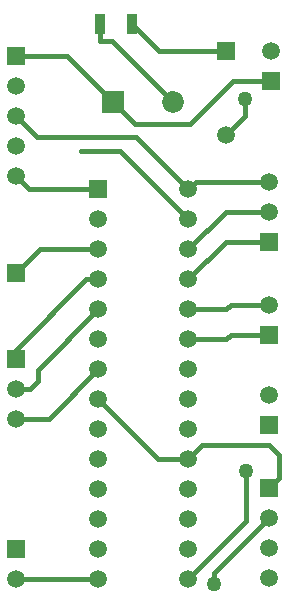
<source format=gbr>
G04 Layer_Physical_Order=1*
G04 Layer_Color=255*
%FSLAX25Y25*%
%MOIN*%
%TF.FileFunction,Copper,L1,Top,Signal*%
%TF.Part,Single*%
G01*
G75*
%TA.AperFunction,SMDPad,CuDef*%
%ADD10R,0.03740X0.06693*%
%TA.AperFunction,Conductor*%
%ADD11C,0.01500*%
%TA.AperFunction,ComponentPad*%
%ADD12C,0.05906*%
%ADD13R,0.05906X0.05906*%
%ADD14C,0.07284*%
%ADD15R,0.07284X0.07284*%
%ADD16R,0.05906X0.05906*%
%TA.AperFunction,ViaPad*%
%ADD17C,0.05000*%
D10*
X35685Y193500D02*
D03*
X46315D02*
D03*
D11*
X73700Y6900D02*
Y10700D01*
X92000Y29000D01*
X65000Y8500D02*
X84300Y27800D01*
Y44600D01*
X7500Y8500D02*
X35000D01*
X7500Y143000D02*
X12000Y138500D01*
X35000D01*
X35685Y188000D02*
X39500D01*
X35685D02*
Y193500D01*
X14660Y155840D02*
X47660D01*
X7500Y163000D02*
X14660Y155840D01*
X65000Y138500D02*
X67500Y141000D01*
X92000D01*
X42100Y151400D02*
X65000Y128500D01*
X29100Y151400D02*
X42100D01*
X35000Y68500D02*
X55000Y48500D01*
X65000D01*
X24500Y183000D02*
X40000Y167500D01*
X65000Y48500D02*
X69600Y53100D01*
X95100Y42100D02*
Y50000D01*
X92000Y39000D02*
X95100Y42100D01*
X47300Y160200D02*
X65625D01*
X79925Y174500D01*
X77500Y156524D02*
X83800Y162824D01*
Y168700D01*
X65000Y98500D02*
X77700D01*
X79200Y100000D01*
X92000D01*
X65000Y88500D02*
X77700D01*
X79200Y90000D01*
X92000D01*
X12300Y72000D02*
X14800Y74500D01*
Y78300D01*
X7500Y82000D02*
Y84979D01*
X31021Y108500D01*
X35000D01*
X69600Y53100D02*
X92000D01*
X95100Y50000D01*
X7500Y110500D02*
X15500Y118500D01*
X35000D01*
X65000D02*
X77500Y131000D01*
X92000D01*
X65000Y108500D02*
X77500Y121000D01*
X92000D01*
X39500Y188000D02*
X60000Y167500D01*
X47660Y155840D02*
X65000Y138500D01*
X7500Y183000D02*
X24500D01*
X40000Y167500D02*
X47300Y160200D01*
X79925Y174500D02*
X92500D01*
X46315Y193500D02*
X55339Y184476D01*
X77500D01*
X7500Y62000D02*
X18500D01*
X35000Y78500D01*
X7500Y72000D02*
X12300D01*
X14800Y78300D02*
X35000Y98500D01*
D12*
X92000Y9000D02*
D03*
Y19000D02*
D03*
Y29000D02*
D03*
X7500Y62000D02*
D03*
Y72000D02*
D03*
X92000Y100000D02*
D03*
X77500Y156524D02*
D03*
X7500Y8500D02*
D03*
X92000Y141000D02*
D03*
Y131000D02*
D03*
X65000Y8500D02*
D03*
Y18500D02*
D03*
Y28500D02*
D03*
Y38500D02*
D03*
Y48500D02*
D03*
Y58500D02*
D03*
Y68500D02*
D03*
Y78500D02*
D03*
Y88500D02*
D03*
Y98500D02*
D03*
Y108500D02*
D03*
Y118500D02*
D03*
Y128500D02*
D03*
Y138500D02*
D03*
X35000Y8500D02*
D03*
Y18500D02*
D03*
Y28500D02*
D03*
Y38500D02*
D03*
Y48500D02*
D03*
Y58500D02*
D03*
Y68500D02*
D03*
Y78500D02*
D03*
Y88500D02*
D03*
Y98500D02*
D03*
Y108500D02*
D03*
Y118500D02*
D03*
Y128500D02*
D03*
X7500Y173000D02*
D03*
Y163000D02*
D03*
Y153000D02*
D03*
Y143000D02*
D03*
X92500Y184500D02*
D03*
X92000Y70000D02*
D03*
D13*
Y39000D02*
D03*
X7500Y82000D02*
D03*
X92000Y90000D02*
D03*
X77500Y184476D02*
D03*
X7500Y18500D02*
D03*
X92000Y121000D02*
D03*
X7500Y110500D02*
D03*
Y183000D02*
D03*
X92500Y174500D02*
D03*
X92000Y60000D02*
D03*
D14*
X60000Y167500D02*
D03*
D15*
X40000D02*
D03*
D16*
X35000Y138500D02*
D03*
D17*
X73700Y6900D02*
D03*
X84300Y44600D02*
D03*
X83800Y168700D02*
D03*
%TF.MD5,5097310745F4EDC7AFDB592D38CA10B9*%
M02*

</source>
